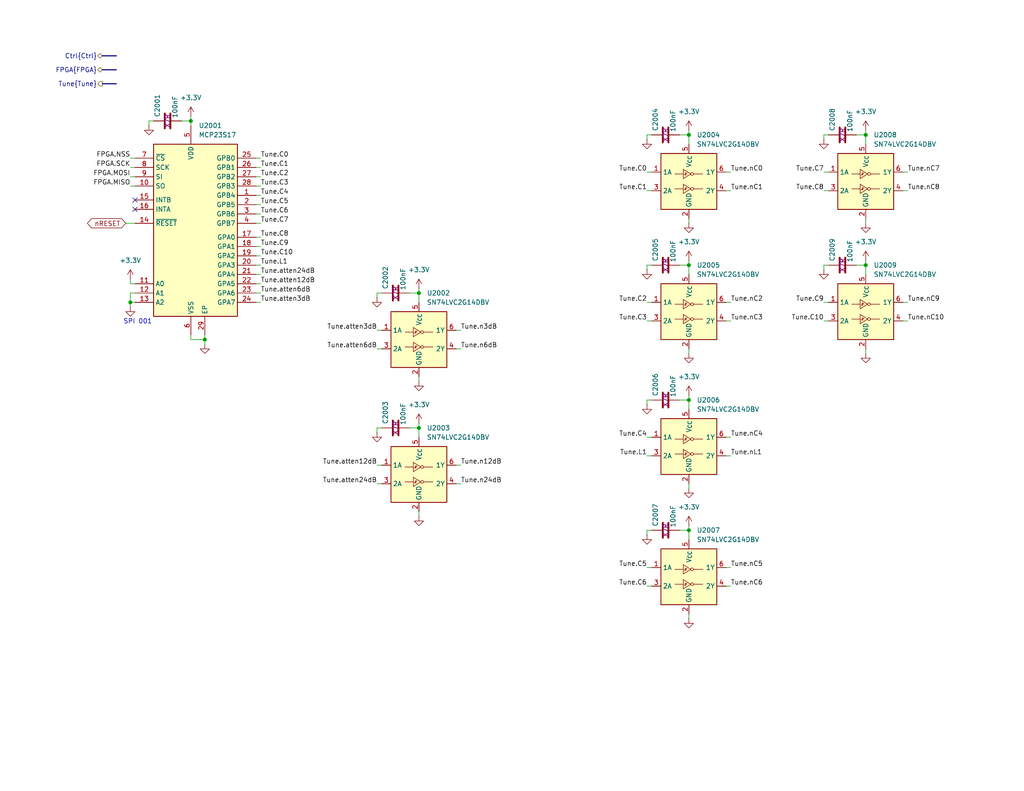
<source format=kicad_sch>
(kicad_sch (version 20250114) (generator "eeschema") (generator_version "9.0")
  (paper "USLetter")
  (title_block (title "GPIO Expander") (date "2026-02-03") (company "WB7NAB") (comment 1 "Alan Mimms"))
  (lib_symbols
    (symbol "74xGxx:SN74LVC2G14DBV"
      (property "Reference" "U" (at 2.54 12.7 0))
      (property "Value" "SN74LVC2G14DBV" (at 2.54 10.16 0))
      (symbol "SN74LVC2G14DBV_1_1"
        (rectangle (start -7.62 7.62) (end 7.62 -7.62) (stroke (width 0.254)) (fill (type background)))
        (polyline (pts (xy -1.524 3.302) (xy 0.508 2.032) (xy -1.524 0.762) (xy -1.524 3.302)))
        (polyline (pts (xy -1.524 2.032) (xy -3.81 2.032)))
        (polyline (pts (xy -1.524 -0.762) (xy 0.508 -2.032) (xy -1.524 -3.302) (xy -1.524 -0.762)))
        (polyline (pts (xy -1.524 -2.032) (xy -3.81 -2.032)))
        (polyline (pts (xy -1.016 1.778) (xy -1.016 2.286) (xy -0.762 2.286) (xy -0.762 1.778) (xy -1.27 1.778)))
        (polyline (pts (xy -1.016 -2.286) (xy -1.016 -1.778) (xy -0.762 -1.778) (xy -0.762 -2.286) (xy -1.27 -2.286)))
        (polyline (pts (xy -0.762 2.286) (xy -0.508 2.286)))
        (polyline (pts (xy -0.762 -1.778) (xy -0.508 -1.778)))
        (circle (center 0.889 2.032) (radius 0.381))
        (circle (center 0.889 -2.032) (radius 0.381))
        (polyline (pts (xy 1.27 2.032) (xy 3.81 2.032)))
        (polyline (pts (xy 1.27 -2.032) (xy 3.81 -2.032)))
        (pin input line (at -10.16 2.54 0) (length 2.54) (name "1A") (number "1"))
        (pin input line (at -10.16 -2.54 0) (length 2.54) (name "2A") (number "3"))
        (pin power_in line (at 0 10.16 270) (length 2.54) (name "V_{CC}") (number "5"))
        (pin power_in line (at 0 -10.16 90) (length 2.54) (name "GND") (number "2"))
        (pin output line (at 10.16 2.54 180) (length 2.54) (name "1Y") (number "6"))
        (pin output line (at 10.16 -2.54 180) (length 2.54) (name "2Y") (number "4"))
      )
    )
    (symbol "Device:C" (pin_numbers (hide yes)) (pin_names (offset 0.254))
      (property "Reference" "C" (at 0.635 2.54 0))
      (property "Value" "C" (at 0.635 -2.54 0))
      (symbol "C_0_1"
        (polyline (pts (xy -2.032 0.762) (xy 2.032 0.762)) (stroke (width 0.508)))
        (polyline (pts (xy -2.032 -0.762) (xy 2.032 -0.762)) (stroke (width 0.508)))
      )
      (symbol "C_1_1"
        (pin passive line (at 0 3.81 270) (length 2.794) (name "~") (number "1"))
        (pin passive line (at 0 -3.81 90) (length 2.794) (name "~") (number "2"))
      )
    )
    (symbol "Library:MCP23S17T-E_ML"
      (property "Reference" "U" (at 20.066 16.002 0))
      (property "Value" "MCP23S17T-E_ML" (at 20.066 13.462 0))
      (symbol "MCP23S17T-E_ML_1_1"
        (rectangle (start 6.35 10.16) (end 29.21 -36.83) (stroke (width 0.254)) (fill (type background)))
        (pin passive line (at 1.27 6.35 0) (length 5.08) (name "~{CS}") (number "7"))
        (pin passive line (at 1.27 3.81 0) (length 5.08) (name "SCK") (number "8"))
        (pin passive line (at 1.27 1.27 0) (length 5.08) (name "SI") (number "9"))
        (pin passive line (at 1.27 -1.27 0) (length 5.08) (name "SO") (number "10"))
        (pin passive line (at 1.27 -5.08 0) (length 5.08) (name "INTB") (number "15"))
        (pin passive line (at 1.27 -7.62 0) (length 5.08) (name "INTA") (number "16"))
        (pin passive line (at 1.27 -11.43 0) (length 5.08) (name "~{RESET}") (number "14"))
        (pin passive line (at 1.27 -27.94 0) (length 5.08) (name "A0") (number "11"))
        (pin passive line (at 1.27 -30.48 0) (length 5.08) (name "A1") (number "12"))
        (pin passive line (at 1.27 -33.02 0) (length 5.08) (name "A2") (number "13"))
        (pin passive line (at 16.51 15.24 270) (length 5.08) (name "VDD") (number "5"))
        (pin passive line (at 16.51 -41.91 90) (length 5.08) (name "VSS") (number "6"))
        (pin passive line (at 20.32 -41.91 90) (length 5.08) (name "EP") (number "29"))
        (pin passive line (at 34.29 6.35 180) (length 5.08) (name "GPB0") (number "25"))
        (pin passive line (at 34.29 3.81 180) (length 5.08) (name "GPB1") (number "26"))
        (pin passive line (at 34.29 1.27 180) (length 5.08) (name "GPB2") (number "27"))
        (pin passive line (at 34.29 -1.27 180) (length 5.08) (name "GPB3") (number "28"))
        (pin passive line (at 34.29 -3.81 180) (length 5.08) (name "GPB4") (number "1"))
        (pin passive line (at 34.29 -6.35 180) (length 5.08) (name "GPB5") (number "2"))
        (pin passive line (at 34.29 -8.89 180) (length 5.08) (name "GPB6") (number "3"))
        (pin passive line (at 34.29 -11.43 180) (length 5.08) (name "GPB7") (number "4"))
        (pin passive line (at 34.29 -15.24 180) (length 5.08) (name "GPA0") (number "17"))
        (pin passive line (at 34.29 -17.78 180) (length 5.08) (name "GPA1") (number "18"))
        (pin passive line (at 34.29 -20.32 180) (length 5.08) (name "GPA2") (number "19"))
        (pin passive line (at 34.29 -22.86 180) (length 5.08) (name "GPA3") (number "20"))
        (pin passive line (at 34.29 -25.4 180) (length 5.08) (name "GPA4") (number "21"))
        (pin passive line (at 34.29 -27.94 180) (length 5.08) (name "GPA5") (number "22"))
        (pin passive line (at 34.29 -30.48 180) (length 5.08) (name "GPA6") (number "23"))
        (pin passive line (at 34.29 -33.02 180) (length 5.08) (name "GPA7") (number "24"))
      )
    )
    (symbol "power:+3.3V" (power) (pin_numbers (hide yes)) (pin_names (offset 0) (hide yes))
      (property "Value" "+3.3V" (at 0 3.556 0))
      (symbol "+3.3V_0_1"
        (polyline (pts (xy -0.762 1.27) (xy 0 2.54)))
        (polyline (pts (xy 0 2.54) (xy 0.762 1.27)))
        (polyline (pts (xy 0 0) (xy 0 2.54)))
      )
      (symbol "+3.3V_1_1"
        (pin power_in line (at 0 0 90) (length 0) (name "~") (number "1"))
      )
    )
    (symbol "power:GND" (power) (pin_numbers (hide yes)) (pin_names (offset 0) (hide yes))
      (property "Value" "GND" (at 0 -3.81 0))
      (symbol "GND_0_1"
        (polyline (pts (xy 0 0) (xy 0 -1.27) (xy 1.27 -1.27) (xy 0 -2.54) (xy -1.27 -1.27) (xy 0 -1.27)))
      )
      (symbol "GND_1_1"
        (pin power_in line (at 0 0 270) (length 0) (name "~") (number "1"))
      )
    )
  )
  (text "SPI 001" (at 37.592 87.884 0) (effects (font (size 1.27 1.27))))
  (junction (at 114.3 116.84))
  (junction (at 187.96 109.22))
  (junction (at 187.96 72.39))
  (junction (at 114.3 80.01))
  (junction (at 55.88 92.71))
  (junction (at 236.22 72.39))
  (junction (at 187.96 36.83))
  (junction (at 236.22 36.83))
  (junction (at 52.07 33.02))
  (junction (at 187.96 144.78))
  (junction (at 35.56 82.55))
  (no_connect (at 36.83 57.15))
  (no_connect (at 36.83 54.61))
  (wire (pts (xy 187.96 36.83) (xy 187.96 39.37)))
  (wire (pts (xy 224.79 72.39) (xy 226.06 72.39)))
  (wire (pts (xy 69.85 60.96) (xy 71.12 60.96)))
  (wire (pts (xy 176.53 160.02) (xy 177.8 160.02)))
  (wire (pts (xy 69.85 82.55) (xy 71.12 82.55)))
  (wire (pts (xy 187.96 167.64) (xy 187.96 168.91)))
  (wire (pts (xy 187.96 72.39) (xy 185.42 72.39)))
  (wire (pts (xy 176.53 109.22) (xy 176.53 110.49)))
  (wire (pts (xy 40.64 33.02) (xy 41.91 33.02)))
  (wire (pts (xy 236.22 59.69) (xy 236.22 60.96)))
  (wire (pts (xy 35.56 82.55) (xy 35.56 80.01)))
  (wire (pts (xy 187.96 95.25) (xy 187.96 96.52)))
  (bus (pts (xy 27.94 15.24) (xy 31.75 15.24)))
  (wire (pts (xy 114.3 116.84) (xy 111.76 116.84)))
  (wire (pts (xy 35.56 48.26) (xy 36.83 48.26)))
  (wire (pts (xy 55.88 92.71) (xy 55.88 93.98)))
  (wire (pts (xy 176.53 82.55) (xy 177.8 82.55)))
  (wire (pts (xy 187.96 71.12) (xy 187.96 72.39)))
  (wire (pts (xy 35.56 76.2) (xy 35.56 77.47)))
  (wire (pts (xy 246.38 52.07) (xy 247.65 52.07)))
  (wire (pts (xy 176.53 154.94) (xy 177.8 154.94)))
  (wire (pts (xy 187.96 35.56) (xy 187.96 36.83)))
  (wire (pts (xy 236.22 72.39) (xy 236.22 74.93)))
  (wire (pts (xy 246.38 82.55) (xy 247.65 82.55)))
  (wire (pts (xy 236.22 35.56) (xy 236.22 36.83)))
  (bus (pts (xy 27.94 22.86) (xy 31.75 22.86)))
  (wire (pts (xy 198.12 87.63) (xy 199.39 87.63)))
  (wire (pts (xy 35.56 83.82) (xy 35.56 82.55)))
  (wire (pts (xy 224.79 82.55) (xy 226.06 82.55)))
  (wire (pts (xy 187.96 144.78) (xy 187.96 147.32)))
  (wire (pts (xy 114.3 115.57) (xy 114.3 116.84)))
  (wire (pts (xy 236.22 71.12) (xy 236.22 72.39)))
  (wire (pts (xy 69.85 64.77) (xy 71.12 64.77)))
  (wire (pts (xy 114.3 102.87) (xy 114.3 104.14)))
  (wire (pts (xy 35.56 82.55) (xy 36.83 82.55)))
  (wire (pts (xy 55.88 91.44) (xy 55.88 92.71)))
  (wire (pts (xy 187.96 132.08) (xy 187.96 133.35)))
  (wire (pts (xy 176.53 124.46) (xy 177.8 124.46)))
  (wire (pts (xy 224.79 52.07) (xy 226.06 52.07)))
  (wire (pts (xy 102.87 127) (xy 104.14 127)))
  (bus (pts (xy 27.94 19.05) (xy 31.75 19.05)))
  (wire (pts (xy 69.85 55.88) (xy 71.12 55.88)))
  (wire (pts (xy 69.85 50.8) (xy 71.12 50.8)))
  (wire (pts (xy 176.53 144.78) (xy 177.8 144.78)))
  (wire (pts (xy 198.12 119.38) (xy 199.39 119.38)))
  (wire (pts (xy 236.22 95.25) (xy 236.22 96.52)))
  (wire (pts (xy 52.07 92.71) (xy 55.88 92.71)))
  (wire (pts (xy 69.85 69.85) (xy 71.12 69.85)))
  (wire (pts (xy 35.56 43.18) (xy 36.83 43.18)))
  (wire (pts (xy 176.53 46.99) (xy 177.8 46.99)))
  (wire (pts (xy 176.53 119.38) (xy 177.8 119.38)))
  (wire (pts (xy 176.53 144.78) (xy 176.53 146.05)))
  (wire (pts (xy 52.07 33.02) (xy 52.07 34.29)))
  (wire (pts (xy 40.64 34.29) (xy 40.64 33.02)))
  (wire (pts (xy 176.53 72.39) (xy 177.8 72.39)))
  (wire (pts (xy 69.85 43.18) (xy 71.12 43.18)))
  (wire (pts (xy 102.87 81.28) (xy 102.87 80.01)))
  (wire (pts (xy 246.38 87.63) (xy 247.65 87.63)))
  (wire (pts (xy 236.22 72.39) (xy 233.68 72.39)))
  (wire (pts (xy 187.96 72.39) (xy 187.96 74.93)))
  (wire (pts (xy 69.85 48.26) (xy 71.12 48.26)))
  (wire (pts (xy 224.79 72.39) (xy 224.79 73.66)))
  (wire (pts (xy 69.85 80.01) (xy 71.12 80.01)))
  (wire (pts (xy 114.3 139.7) (xy 114.3 140.97)))
  (wire (pts (xy 69.85 45.72) (xy 71.12 45.72)))
  (wire (pts (xy 176.53 109.22) (xy 177.8 109.22)))
  (wire (pts (xy 69.85 72.39) (xy 71.12 72.39)))
  (wire (pts (xy 69.85 77.47) (xy 71.12 77.47)))
  (wire (pts (xy 35.56 77.47) (xy 36.83 77.47)))
  (wire (pts (xy 198.12 154.94) (xy 199.39 154.94)))
  (wire (pts (xy 102.87 80.01) (xy 104.14 80.01)))
  (wire (pts (xy 187.96 36.83) (xy 185.42 36.83)))
  (wire (pts (xy 35.56 50.8) (xy 36.83 50.8)))
  (wire (pts (xy 34.29 60.96) (xy 36.83 60.96)))
  (wire (pts (xy 224.79 87.63) (xy 226.06 87.63)))
  (wire (pts (xy 176.53 72.39) (xy 176.53 73.66)))
  (wire (pts (xy 35.56 45.72) (xy 36.83 45.72)))
  (wire (pts (xy 176.53 36.83) (xy 177.8 36.83)))
  (wire (pts (xy 187.96 109.22) (xy 187.96 111.76)))
  (wire (pts (xy 69.85 58.42) (xy 71.12 58.42)))
  (wire (pts (xy 124.46 127) (xy 125.73 127)))
  (wire (pts (xy 52.07 33.02) (xy 49.53 33.02)))
  (wire (pts (xy 102.87 118.11) (xy 102.87 116.84)))
  (wire (pts (xy 198.12 82.55) (xy 199.39 82.55)))
  (wire (pts (xy 102.87 116.84) (xy 104.14 116.84)))
  (wire (pts (xy 35.56 80.01) (xy 36.83 80.01)))
  (wire (pts (xy 114.3 78.74) (xy 114.3 80.01)))
  (wire (pts (xy 198.12 52.07) (xy 199.39 52.07)))
  (wire (pts (xy 187.96 107.95) (xy 187.96 109.22)))
  (wire (pts (xy 124.46 95.25) (xy 125.73 95.25)))
  (wire (pts (xy 236.22 36.83) (xy 236.22 39.37)))
  (wire (pts (xy 69.85 74.93) (xy 71.12 74.93)))
  (wire (pts (xy 198.12 160.02) (xy 199.39 160.02)))
  (wire (pts (xy 114.3 116.84) (xy 114.3 119.38)))
  (wire (pts (xy 176.53 38.1) (xy 176.53 36.83)))
  (wire (pts (xy 102.87 132.08) (xy 104.14 132.08)))
  (wire (pts (xy 114.3 80.01) (xy 114.3 82.55)))
  (wire (pts (xy 52.07 31.75) (xy 52.07 33.02)))
  (wire (pts (xy 224.79 38.1) (xy 224.79 36.83)))
  (wire (pts (xy 52.07 91.44) (xy 52.07 92.71)))
  (wire (pts (xy 114.3 80.01) (xy 111.76 80.01)))
  (wire (pts (xy 224.79 46.99) (xy 226.06 46.99)))
  (wire (pts (xy 198.12 124.46) (xy 199.39 124.46)))
  (wire (pts (xy 187.96 109.22) (xy 185.42 109.22)))
  (wire (pts (xy 176.53 87.63) (xy 177.8 87.63)))
  (wire (pts (xy 124.46 132.08) (xy 125.73 132.08)))
  (wire (pts (xy 102.87 90.17) (xy 104.14 90.17)))
  (wire (pts (xy 236.22 36.83) (xy 233.68 36.83)))
  (wire (pts (xy 198.12 46.99) (xy 199.39 46.99)))
  (wire (pts (xy 176.53 52.07) (xy 177.8 52.07)))
  (wire (pts (xy 102.87 95.25) (xy 104.14 95.25)))
  (wire (pts (xy 246.38 46.99) (xy 247.65 46.99)))
  (wire (pts (xy 187.96 143.51) (xy 187.96 144.78)))
  (wire (pts (xy 187.96 59.69) (xy 187.96 60.96)))
  (wire (pts (xy 69.85 53.34) (xy 71.12 53.34)))
  (wire (pts (xy 69.85 67.31) (xy 71.12 67.31)))
  (wire (pts (xy 187.96 144.78) (xy 185.42 144.78)))
  (wire (pts (xy 124.46 90.17) (xy 125.73 90.17)))
  (wire (pts (xy 224.79 36.83) (xy 226.06 36.83)))
  (label "Tune.atten24dB" (at 71.12 74.93 0))
  (label "Tune.C3" (at 176.53 87.63 180))
  (label "Tune.C4" (at 176.53 119.38 180))
  (label "Tune.C0" (at 71.12 43.18 0))
  (label "Tune.C4" (at 71.12 53.34 0))
  (label "Tune.nC0" (at 199.39 46.99 0))
  (label "Tune.C1" (at 71.12 45.72 0))
  (label "Tune.L1" (at 71.12 72.39 0))
  (label "Tune.C5" (at 71.12 55.88 0))
  (label "FPGA.NSS" (at 35.56 43.18 180))
  (label "Tune.C7" (at 224.79 46.99 180))
  (label "FPGA.MISO" (at 35.56 50.8 180))
  (label "Tune.C10" (at 71.12 69.85 0))
  (label "Tune.nC4" (at 199.39 119.38 0))
  (label "Tune.nL1" (at 199.39 124.46 0))
  (label "FPGA.MOSI" (at 35.56 48.26 180))
  (label "Tune.atten24dB" (at 102.87 132.08 180))
  (label "Tune.nC10" (at 247.65 87.63 0))
  (label "Tune.C8" (at 71.12 64.77 0))
  (label "Tune.C8" (at 224.79 52.07 180))
  (label "Tune.n24dB" (at 125.73 132.08 0))
  (label "Tune.nC3" (at 199.39 87.63 0))
  (label "Tune.C3" (at 71.12 50.8 0))
  (label "Tune.atten3dB" (at 102.87 90.17 180))
  (label "Tune.C6" (at 71.12 58.42 0))
  (label "Tune.atten12dB" (at 71.12 77.47 0))
  (label "Tune.C2" (at 176.53 82.55 180))
  (label "Tune.nC5" (at 199.39 154.94 0))
  (label "Tune.nC6" (at 199.39 160.02 0))
  (label "Tune.L1" (at 176.53 124.46 180))
  (label "Tune.nC2" (at 199.39 82.55 0))
  (label "Tune.C0" (at 176.53 46.99 180))
  (label "Tune.n12dB" (at 125.73 127 0))
  (label "Tune.C7" (at 71.12 60.96 0))
  (label "Tune.C9" (at 71.12 67.31 0))
  (label "Tune.C5" (at 176.53 154.94 180))
  (label "Tune.nC1" (at 199.39 52.07 0))
  (label "Tune.nC9" (at 247.65 82.55 0))
  (label "Tune.n3dB" (at 125.73 90.17 0))
  (label "Tune.atten3dB" (at 71.12 82.55 0))
  (label "Tune.n6dB" (at 125.73 95.25 0))
  (label "Tune.nC8" (at 247.65 52.07 0))
  (label "FPGA.SCK" (at 35.56 45.72 180))
  (label "Tune.C10" (at 224.79 87.63 180))
  (label "Tune.C2" (at 71.12 48.26 0))
  (label "Tune.atten6dB" (at 71.12 80.01 0))
  (label "Tune.nC7" (at 247.65 46.99 0))
  (label "Tune.C6" (at 176.53 160.02 180))
  (label "Tune.atten12dB" (at 102.87 127 180))
  (label "Tune.atten6dB" (at 102.87 95.25 180))
  (label "Tune.C9" (at 224.79 82.55 180))
  (label "Tune.C1" (at 176.53 52.07 180))
  (global_label "nRESET" (shape bidirectional) (at 34.29 60.96 180) (property "Intersheetrefs" "${INTERSHEET_REFS}" (effects (hide yes))))
  (hierarchical_label "Ctrl{Ctrl}" (shape bidirectional) (at 27.94 15.24 180))
  (hierarchical_label "Tune{Tune}" (shape output) (at 27.94 22.86 180))
  (hierarchical_label "FPGA{FPGA}" (shape bidirectional) (at 27.94 19.05 180))
  (symbol (lib_id "power:GND") (at 40.64 34.29 0) (unit 1)
    (property "Reference" "#PWR02003" (effects (hide yes)))
    (property "Value" "GND" (effects (hide yes)))
    (property "Description" "Power symbol creates a global label with name \"GND\" , ground" (effects (hide yes)))
  )
  (symbol (lib_id "power:GND") (at 35.56 83.82 0) (unit 1)
    (property "Reference" "#PWR02002" (effects (hide yes)))
    (property "Value" "GND" (effects (hide yes)))
    (property "Description" "Power symbol creates a global label with name \"GND\" , ground" (effects (hide yes)))
  )
  (symbol (lib_id "power:+3.3V") (at 187.96 35.56 0) (mirror y) (unit 1)
    (property "Reference" "#PWR02016" (effects (hide yes)))
    (property "Value" "+3.3V" (at 187.96 30.48 0))
    (property "Description" "Power symbol creates a global label with name \"+3.3V\"" (effects (hide yes)))
  )
  (symbol (lib_id "power:+3.3V") (at 114.3 78.74 0) (mirror y) (unit 1)
    (property "Reference" "#PWR02008" (effects (hide yes)))
    (property "Value" "+3.3V" (at 114.3 73.66 0))
    (property "Description" "Power symbol creates a global label with name \"+3.3V\"" (effects (hide yes)))
  )
  (symbol (lib_id "power:GND") (at 102.87 81.28 0) (unit 1)
    (property "Reference" "#PWR02006" (effects (hide yes)))
    (property "Value" "GND" (effects (hide yes)))
    (property "Description" "Power symbol creates a global label with name \"GND\" , ground" (effects (hide yes)))
  )
  (symbol (lib_id "74xGxx:SN74LVC2G14DBV") (at 187.96 157.48 0) (unit 1)
    (property "Reference" "U2007" (at 190.1033 144.78 0) (effects (justify left)))
    (property "Value" "SN74LVC2G14DBV" (at 190.1033 147.32 0) (effects (justify left)))
    (property "Footprint" "Package_TO_SOT_SMD:SOT-23-6" (effects (hide yes)))
    (property "Datasheet" "https://www.ti.com/lit/ds/symlink/sn74lvc2g14.pdf" (effects (hide yes)))
    (property "Description" "Dual schmitt inverter, VCC from 1.65 to 5.5 V, SOT-23" (effects (hide yes)))
  )
  (symbol (lib_id "Device:C") (at 181.61 36.83 90) (unit 1)
    (property "Reference" "C2004" (at 178.816 35.814 0) (effects (justify left)))
    (property "Value" "100nF" (at 183.642 36.068 0) (effects (justify left)))
    (property "Footprint" "Capacitor_SMD:C_0603_1608Metric" (effects (hide yes)))
    (property "Description" "Unpolarized capacitor" (effects (hide yes)))
    (property "cap-type" "X7R" (at 181.61 36.83 0))
    (property "working-voltage" "50V" (effects (hide yes)))
    (property "Manufacturer_Name" "Kemet" (effects (hide yes)))
    (property "Manufacturer_Part_Number" "C0805F104K1RACAUTO" (effects (hide yes)))
    (property "Mouser Part Number" "80-C0805F104K1RAUTO" (effects (hide yes)))
  )
  (symbol (lib_id "power:+3.3V") (at 187.96 143.51 0) (mirror y) (unit 1)
    (property "Reference" "#PWR02022" (effects (hide yes)))
    (property "Value" "+3.3V" (at 187.96 138.43 0))
    (property "Description" "Power symbol creates a global label with name \"+3.3V\"" (effects (hide yes)))
  )
  (symbol (lib_id "power:GND") (at 187.96 133.35 0) (unit 1)
    (property "Reference" "#PWR02021" (effects (hide yes)))
    (property "Value" "GND" (effects (hide yes)))
    (property "Description" "Power symbol creates a global label with name \"GND\" , ground" (effects (hide yes)))
  )
  (symbol (lib_id "power:GND") (at 224.79 38.1 0) (unit 1)
    (property "Reference" "#PWR02024" (effects (hide yes)))
    (property "Value" "GND" (effects (hide yes)))
    (property "Description" "Power symbol creates a global label with name \"GND\" , ground" (effects (hide yes)))
  )
  (symbol (lib_id "74xGxx:SN74LVC2G14DBV") (at 114.3 92.71 0) (unit 1)
    (property "Reference" "U2002" (at 116.4433 80.01 0) (effects (justify left)))
    (property "Value" "SN74LVC2G14DBV" (at 116.4433 82.55 0) (effects (justify left)))
    (property "Footprint" "Package_TO_SOT_SMD:SOT-23-6" (effects (hide yes)))
    (property "Datasheet" "https://www.ti.com/lit/ds/symlink/sn74lvc2g14.pdf" (effects (hide yes)))
    (property "Description" "Dual schmitt inverter, VCC from 1.65 to 5.5 V, SOT-23" (effects (hide yes)))
  )
  (symbol (lib_id "power:+3.3V") (at 35.56 76.2 0) (mirror y) (unit 1)
    (property "Reference" "#PWR02001" (effects (hide yes)))
    (property "Value" "+3.3V" (at 35.56 71.12 0))
    (property "Description" "Power symbol creates a global label with name \"+3.3V\"" (effects (hide yes)))
  )
  (symbol (lib_id "power:+3.3V") (at 236.22 35.56 0) (mirror y) (unit 1)
    (property "Reference" "#PWR02026" (effects (hide yes)))
    (property "Value" "+3.3V" (at 236.22 30.48 0))
    (property "Description" "Power symbol creates a global label with name \"+3.3V\"" (effects (hide yes)))
  )
  (symbol (lib_id "Device:C") (at 45.72 33.02 90) (unit 1)
    (property "Reference" "C2001" (at 42.926 32.004 0) (effects (justify left)))
    (property "Value" "100nF" (at 47.752 32.258 0) (effects (justify left)))
    (property "Footprint" "Capacitor_SMD:C_0603_1608Metric" (effects (hide yes)))
    (property "Description" "Unpolarized capacitor" (effects (hide yes)))
    (property "cap-type" "X7R" (at 45.72 33.02 0))
    (property "working-voltage" "50V" (effects (hide yes)))
    (property "Manufacturer_Name" "Kemet" (effects (hide yes)))
    (property "Manufacturer_Part_Number" "C0805F104K1RACAUTO" (effects (hide yes)))
    (property "Mouser Part Number" "80-C0805F104K1RAUTO" (effects (hide yes)))
  )
  (symbol (lib_id "Device:C") (at 181.61 144.78 90) (unit 1)
    (property "Reference" "C2007" (at 178.816 143.764 0) (effects (justify left)))
    (property "Value" "100nF" (at 183.642 144.018 0) (effects (justify left)))
    (property "Footprint" "Capacitor_SMD:C_0603_1608Metric" (effects (hide yes)))
    (property "Description" "Unpolarized capacitor" (effects (hide yes)))
    (property "cap-type" "X7R" (at 181.61 144.78 0))
    (property "working-voltage" "50V" (effects (hide yes)))
    (property "Manufacturer_Name" "Kemet" (effects (hide yes)))
    (property "Manufacturer_Part_Number" "C0805F104K1RACAUTO" (effects (hide yes)))
    (property "Mouser Part Number" "80-C0805F104K1RAUTO" (effects (hide yes)))
  )
  (symbol (lib_id "power:GND") (at 187.96 60.96 0) (unit 1)
    (property "Reference" "#PWR02017" (effects (hide yes)))
    (property "Value" "GND" (effects (hide yes)))
    (property "Description" "Power symbol creates a global label with name \"GND\" , ground" (effects (hide yes)))
  )
  (symbol (lib_id "power:GND") (at 187.96 96.52 0) (unit 1)
    (property "Reference" "#PWR02019" (effects (hide yes)))
    (property "Value" "GND" (effects (hide yes)))
    (property "Description" "Power symbol creates a global label with name \"GND\" , ground" (effects (hide yes)))
  )
  (symbol (lib_id "power:GND") (at 114.3 140.97 0) (unit 1)
    (property "Reference" "#PWR02011" (effects (hide yes)))
    (property "Value" "GND" (effects (hide yes)))
    (property "Description" "Power symbol creates a global label with name \"GND\" , ground" (effects (hide yes)))
  )
  (symbol (lib_id "Device:C") (at 181.61 109.22 90) (unit 1)
    (property "Reference" "C2006" (at 178.816 108.204 0) (effects (justify left)))
    (property "Value" "100nF" (at 183.642 108.458 0) (effects (justify left)))
    (property "Footprint" "Capacitor_SMD:C_0603_1608Metric" (effects (hide yes)))
    (property "Description" "Unpolarized capacitor" (effects (hide yes)))
    (property "cap-type" "X7R" (at 181.61 109.22 0))
    (property "working-voltage" "50V" (effects (hide yes)))
    (property "Manufacturer_Name" "Kemet" (effects (hide yes)))
    (property "Manufacturer_Part_Number" "C0805F104K1RACAUTO" (effects (hide yes)))
    (property "Mouser Part Number" "80-C0805F104K1RAUTO" (effects (hide yes)))
  )
  (symbol (lib_id "power:GND") (at 102.87 118.11 0) (unit 1)
    (property "Reference" "#PWR02007" (effects (hide yes)))
    (property "Value" "GND" (effects (hide yes)))
    (property "Description" "Power symbol creates a global label with name \"GND\" , ground" (effects (hide yes)))
  )
  (symbol (lib_id "power:+3.3V") (at 114.3 115.57 0) (mirror y) (unit 1)
    (property "Reference" "#PWR02010" (effects (hide yes)))
    (property "Value" "+3.3V" (at 114.3 110.49 0))
    (property "Description" "Power symbol creates a global label with name \"+3.3V\"" (effects (hide yes)))
  )
  (symbol (lib_id "power:+3.3V") (at 52.07 31.75 0) (mirror y) (unit 1)
    (property "Reference" "#PWR02004" (effects (hide yes)))
    (property "Value" "+3.3V" (at 52.07 26.67 0))
    (property "Description" "Power symbol creates a global label with name \"+3.3V\"" (effects (hide yes)))
  )
  (symbol (lib_id "Library:MCP23S17T-E_ML") (at 35.56 49.53 0) (unit 1)
    (property "Reference" "U2001" (at 54.2133 34.29 0) (effects (justify left)))
    (property "Value" "MCP23S17" (at 54.2133 36.83 0) (effects (justify left)))
    (property "Footprint" "QFN65P600X600X100-29N-D" (effects (hide yes)))
    (property "Datasheet" "http://ww1.microchip.com/downloads/en/DeviceDoc/20001952C.pdf" (effects (hide yes)))
    (property "Description" "Interface - I/O Expanders 16bit Input/Output Exp SPI interface" (effects (hide yes)))
    (property "Height" "1" (effects (hide yes)))
    (property "Mouser Part Number" "579-MCP23S17T-E/ML" (effects (hide yes)))
    (property "Mouser Price/Stock" "https://www.mouser.co.uk/ProductDetail/Microchip-Technology/MCP23S17T-E-ML?qs=usxtMOJb1RyrYiIch4BqxQ%3D%3D" (effects (hide yes)))
    (property "Manufacturer_Name" "Microchip" (effects (hide yes)))
    (property "Manufacturer_Part_Number" "MCP23S17T-E/ML" (effects (hide yes)))
  )
  (symbol (lib_id "74xGxx:SN74LVC2G14DBV") (at 187.96 85.09 0) (unit 1)
    (property "Reference" "U2005" (at 190.1033 72.39 0) (effects (justify left)))
    (property "Value" "SN74LVC2G14DBV" (at 190.1033 74.93 0) (effects (justify left)))
    (property "Footprint" "Package_TO_SOT_SMD:SOT-23-6" (effects (hide yes)))
    (property "Datasheet" "https://www.ti.com/lit/ds/symlink/sn74lvc2g14.pdf" (effects (hide yes)))
    (property "Description" "Dual schmitt inverter, VCC from 1.65 to 5.5 V, SOT-23" (effects (hide yes)))
  )
  (symbol (lib_id "Device:C") (at 107.95 80.01 90) (unit 1)
    (property "Reference" "C2002" (at 105.156 78.994 0) (effects (justify left)))
    (property "Value" "100nF" (at 109.982 79.248 0) (effects (justify left)))
    (property "Footprint" "Capacitor_SMD:C_0603_1608Metric" (effects (hide yes)))
    (property "Description" "Unpolarized capacitor" (effects (hide yes)))
    (property "cap-type" "X7R" (at 107.95 80.01 0))
    (property "working-voltage" "50V" (effects (hide yes)))
    (property "Manufacturer_Name" "Kemet" (effects (hide yes)))
    (property "Manufacturer_Part_Number" "C0805F104K1RACAUTO" (effects (hide yes)))
    (property "Mouser Part Number" "80-C0805F104K1RAUTO" (effects (hide yes)))
  )
  (symbol (lib_id "power:+3.3V") (at 236.22 71.12 0) (mirror y) (unit 1)
    (property "Reference" "#PWR02028" (effects (hide yes)))
    (property "Value" "+3.3V" (at 236.22 66.04 0))
    (property "Description" "Power symbol creates a global label with name \"+3.3V\"" (effects (hide yes)))
  )
  (symbol (lib_id "power:GND") (at 176.53 73.66 0) (unit 1)
    (property "Reference" "#PWR02013" (effects (hide yes)))
    (property "Value" "GND" (effects (hide yes)))
    (property "Description" "Power symbol creates a global label with name \"GND\" , ground" (effects (hide yes)))
  )
  (symbol (lib_id "power:GND") (at 224.79 73.66 0) (unit 1)
    (property "Reference" "#PWR02025" (effects (hide yes)))
    (property "Value" "GND" (effects (hide yes)))
    (property "Description" "Power symbol creates a global label with name \"GND\" , ground" (effects (hide yes)))
  )
  (symbol (lib_id "power:GND") (at 176.53 110.49 0) (unit 1)
    (property "Reference" "#PWR02014" (effects (hide yes)))
    (property "Value" "GND" (effects (hide yes)))
    (property "Description" "Power symbol creates a global label with name \"GND\" , ground" (effects (hide yes)))
  )
  (symbol (lib_id "Device:C") (at 107.95 116.84 90) (unit 1)
    (property "Reference" "C2003" (at 105.156 115.824 0) (effects (justify left)))
    (property "Value" "100nF" (at 109.982 116.078 0) (effects (justify left)))
    (property "Footprint" "Capacitor_SMD:C_0603_1608Metric" (effects (hide yes)))
    (property "Description" "Unpolarized capacitor" (effects (hide yes)))
    (property "cap-type" "X7R" (at 107.95 116.84 0))
    (property "working-voltage" "50V" (effects (hide yes)))
    (property "Manufacturer_Name" "Kemet" (effects (hide yes)))
    (property "Manufacturer_Part_Number" "C0805F104K1RACAUTO" (effects (hide yes)))
    (property "Mouser Part Number" "80-C0805F104K1RAUTO" (effects (hide yes)))
  )
  (symbol (lib_id "74xGxx:SN74LVC2G14DBV") (at 187.96 121.92 0) (unit 1)
    (property "Reference" "U2006" (at 190.1033 109.22 0) (effects (justify left)))
    (property "Value" "SN74LVC2G14DBV" (at 190.1033 111.76 0) (effects (justify left)))
    (property "Footprint" "Package_TO_SOT_SMD:SOT-23-6" (effects (hide yes)))
    (property "Datasheet" "https://www.ti.com/lit/ds/symlink/sn74lvc2g14.pdf" (effects (hide yes)))
    (property "Description" "Dual schmitt inverter, VCC from 1.65 to 5.5 V, SOT-23" (effects (hide yes)))
  )
  (symbol (lib_id "power:GND") (at 236.22 60.96 0) (unit 1)
    (property "Reference" "#PWR02027" (effects (hide yes)))
    (property "Value" "GND" (effects (hide yes)))
    (property "Description" "Power symbol creates a global label with name \"GND\" , ground" (effects (hide yes)))
  )
  (symbol (lib_id "Device:C") (at 229.87 36.83 90) (unit 1)
    (property "Reference" "C2008" (at 227.076 35.814 0) (effects (justify left)))
    (property "Value" "100nF" (at 231.902 36.068 0) (effects (justify left)))
    (property "Footprint" "Capacitor_SMD:C_0603_1608Metric" (effects (hide yes)))
    (property "Description" "Unpolarized capacitor" (effects (hide yes)))
    (property "cap-type" "X7R" (at 229.87 36.83 0))
    (property "working-voltage" "50V" (effects (hide yes)))
    (property "Manufacturer_Name" "Kemet" (effects (hide yes)))
    (property "Manufacturer_Part_Number" "C0805F104K1RACAUTO" (effects (hide yes)))
    (property "Mouser Part Number" "80-C0805F104K1RAUTO" (effects (hide yes)))
  )
  (symbol (lib_id "Device:C") (at 229.87 72.39 90) (unit 1)
    (property "Reference" "C2009" (at 227.076 71.374 0) (effects (justify left)))
    (property "Value" "100nF" (at 231.902 71.628 0) (effects (justify left)))
    (property "Footprint" "Capacitor_SMD:C_0603_1608Metric" (effects (hide yes)))
    (property "Description" "Unpolarized capacitor" (effects (hide yes)))
    (property "cap-type" "X7R" (at 229.87 72.39 0))
    (property "working-voltage" "50V" (effects (hide yes)))
    (property "Manufacturer_Name" "Kemet" (effects (hide yes)))
    (property "Manufacturer_Part_Number" "C0805F104K1RACAUTO" (effects (hide yes)))
    (property "Mouser Part Number" "80-C0805F104K1RAUTO" (effects (hide yes)))
  )
  (symbol (lib_id "power:+3.3V") (at 187.96 107.95 0) (mirror y) (unit 1)
    (property "Reference" "#PWR02020" (effects (hide yes)))
    (property "Value" "+3.3V" (at 187.96 102.87 0))
    (property "Description" "Power symbol creates a global label with name \"+3.3V\"" (effects (hide yes)))
  )
  (symbol (lib_id "74xGxx:SN74LVC2G14DBV") (at 236.22 49.53 0) (unit 1)
    (property "Reference" "U2008" (at 238.3633 36.83 0) (effects (justify left)))
    (property "Value" "SN74LVC2G14DBV" (at 238.3633 39.37 0) (effects (justify left)))
    (property "Footprint" "Package_TO_SOT_SMD:SOT-23-6" (effects (hide yes)))
    (property "Datasheet" "https://www.ti.com/lit/ds/symlink/sn74lvc2g14.pdf" (effects (hide yes)))
    (property "Description" "Dual schmitt inverter, VCC from 1.65 to 5.5 V, SOT-23" (effects (hide yes)))
  )
  (symbol (lib_id "power:GND") (at 176.53 146.05 0) (unit 1)
    (property "Reference" "#PWR02015" (effects (hide yes)))
    (property "Value" "GND" (effects (hide yes)))
    (property "Description" "Power symbol creates a global label with name \"GND\" , ground" (effects (hide yes)))
  )
  (symbol (lib_id "power:GND") (at 114.3 104.14 0) (unit 1)
    (property "Reference" "#PWR02009" (effects (hide yes)))
    (property "Value" "GND" (effects (hide yes)))
    (property "Description" "Power symbol creates a global label with name \"GND\" , ground" (effects (hide yes)))
  )
  (symbol (lib_id "power:GND") (at 55.88 93.98 0) (unit 1)
    (property "Reference" "#PWR02005" (effects (hide yes)))
    (property "Value" "GND" (effects (hide yes)))
    (property "Description" "Power symbol creates a global label with name \"GND\" , ground" (effects (hide yes)))
  )
  (symbol (lib_id "power:GND") (at 176.53 38.1 0) (unit 1)
    (property "Reference" "#PWR02012" (effects (hide yes)))
    (property "Value" "GND" (effects (hide yes)))
    (property "Description" "Power symbol creates a global label with name \"GND\" , ground" (effects (hide yes)))
  )
  (symbol (lib_id "74xGxx:SN74LVC2G14DBV") (at 114.3 129.54 0) (unit 1)
    (property "Reference" "U2003" (at 116.4433 116.84 0) (effects (justify left)))
    (property "Value" "SN74LVC2G14DBV" (at 116.4433 119.38 0) (effects (justify left)))
    (property "Footprint" "Package_TO_SOT_SMD:SOT-23-6" (effects (hide yes)))
    (property "Datasheet" "https://www.ti.com/lit/ds/symlink/sn74lvc2g14.pdf" (effects (hide yes)))
    (property "Description" "Dual schmitt inverter, VCC from 1.65 to 5.5 V, SOT-23" (effects (hide yes)))
  )
  (symbol (lib_id "power:GND") (at 236.22 96.52 0) (unit 1)
    (property "Reference" "#PWR02029" (effects (hide yes)))
    (property "Value" "GND" (effects (hide yes)))
    (property "Description" "Power symbol creates a global label with name \"GND\" , ground" (effects (hide yes)))
  )
  (symbol (lib_id "74xGxx:SN74LVC2G14DBV") (at 236.22 85.09 0) (unit 1)
    (property "Reference" "U2009" (at 238.3633 72.39 0) (effects (justify left)))
    (property "Value" "SN74LVC2G14DBV" (at 238.3633 74.93 0) (effects (justify left)))
    (property "Footprint" "Package_TO_SOT_SMD:SOT-23-6" (effects (hide yes)))
    (property "Datasheet" "https://www.ti.com/lit/ds/symlink/sn74lvc2g14.pdf" (effects (hide yes)))
    (property "Description" "Dual schmitt inverter, VCC from 1.65 to 5.5 V, SOT-23" (effects (hide yes)))
  )
  (symbol (lib_id "74xGxx:SN74LVC2G14DBV") (at 187.96 49.53 0) (unit 1)
    (property "Reference" "U2004" (at 190.1033 36.83 0) (effects (justify left)))
    (property "Value" "SN74LVC2G14DBV" (at 190.1033 39.37 0) (effects (justify left)))
    (property "Footprint" "Package_TO_SOT_SMD:SOT-23-6" (effects (hide yes)))
    (property "Datasheet" "https://www.ti.com/lit/ds/symlink/sn74lvc2g14.pdf" (effects (hide yes)))
    (property "Description" "Dual schmitt inverter, VCC from 1.65 to 5.5 V, SOT-23" (effects (hide yes)))
  )
  (symbol (lib_id "power:+3.3V") (at 187.96 71.12 0) (mirror y) (unit 1)
    (property "Reference" "#PWR02018" (effects (hide yes)))
    (property "Value" "+3.3V" (at 187.96 66.04 0))
    (property "Description" "Power symbol creates a global label with name \"+3.3V\"" (effects (hide yes)))
  )
  (symbol (lib_id "power:GND") (at 187.96 168.91 0) (unit 1)
    (property "Reference" "#PWR02023" (effects (hide yes)))
    (property "Value" "GND" (effects (hide yes)))
    (property "Description" "Power symbol creates a global label with name \"GND\" , ground" (effects (hide yes)))
  )
  (symbol (lib_id "Device:C") (at 181.61 72.39 90) (unit 1)
    (property "Reference" "C2005" (at 178.816 71.374 0) (effects (justify left)))
    (property "Value" "100nF" (at 183.642 71.628 0) (effects (justify left)))
    (property "Footprint" "Capacitor_SMD:C_0603_1608Metric" (effects (hide yes)))
    (property "Description" "Unpolarized capacitor" (effects (hide yes)))
    (property "cap-type" "X7R" (at 181.61 72.39 0))
    (property "working-voltage" "50V" (effects (hide yes)))
    (property "Manufacturer_Name" "Kemet" (effects (hide yes)))
    (property "Manufacturer_Part_Number" "C0805F104K1RACAUTO" (effects (hide yes)))
    (property "Mouser Part Number" "80-C0805F104K1RAUTO" (effects (hide yes)))
  )
)
</source>
